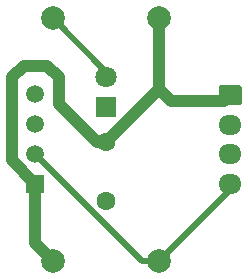
<source format=gbr>
G04 #@! TF.GenerationSoftware,KiCad,Pcbnew,(5.1.4)-1*
G04 #@! TF.CreationDate,2020-08-13T14:43:20+03:00*
G04 #@! TF.ProjectId,hum_temp_sensor,68756d5f-7465-46d7-905f-73656e736f72,rev?*
G04 #@! TF.SameCoordinates,Original*
G04 #@! TF.FileFunction,Copper,L1,Top*
G04 #@! TF.FilePolarity,Positive*
%FSLAX46Y46*%
G04 Gerber Fmt 4.6, Leading zero omitted, Abs format (unit mm)*
G04 Created by KiCad (PCBNEW (5.1.4)-1) date 2020-08-13 14:43:20*
%MOMM*%
%LPD*%
G04 APERTURE LIST*
%ADD10C,1.500000*%
%ADD11R,1.500000X1.500000*%
%ADD12C,2.000000*%
%ADD13O,1.950000X1.700000*%
%ADD14C,0.100000*%
%ADD15C,1.700000*%
%ADD16C,1.800000*%
%ADD17R,1.800000X1.800000*%
%ADD18C,1.600000*%
%ADD19C,1.000000*%
%ADD20C,0.250000*%
%ADD21C,0.500000*%
G04 APERTURE END LIST*
D10*
X114000000Y-105380000D03*
X114000000Y-107920000D03*
X114000000Y-110460000D03*
D11*
X114000000Y-113000000D03*
D12*
X115500000Y-99000000D03*
X124500000Y-99000000D03*
X124500000Y-119500000D03*
X115500000Y-119500000D03*
D13*
X130500000Y-113000000D03*
X130500000Y-110500000D03*
X130500000Y-108000000D03*
D14*
G36*
X131249504Y-104651204D02*
G01*
X131273773Y-104654804D01*
X131297571Y-104660765D01*
X131320671Y-104669030D01*
X131342849Y-104679520D01*
X131363893Y-104692133D01*
X131383598Y-104706747D01*
X131401777Y-104723223D01*
X131418253Y-104741402D01*
X131432867Y-104761107D01*
X131445480Y-104782151D01*
X131455970Y-104804329D01*
X131464235Y-104827429D01*
X131470196Y-104851227D01*
X131473796Y-104875496D01*
X131475000Y-104900000D01*
X131475000Y-106100000D01*
X131473796Y-106124504D01*
X131470196Y-106148773D01*
X131464235Y-106172571D01*
X131455970Y-106195671D01*
X131445480Y-106217849D01*
X131432867Y-106238893D01*
X131418253Y-106258598D01*
X131401777Y-106276777D01*
X131383598Y-106293253D01*
X131363893Y-106307867D01*
X131342849Y-106320480D01*
X131320671Y-106330970D01*
X131297571Y-106339235D01*
X131273773Y-106345196D01*
X131249504Y-106348796D01*
X131225000Y-106350000D01*
X129775000Y-106350000D01*
X129750496Y-106348796D01*
X129726227Y-106345196D01*
X129702429Y-106339235D01*
X129679329Y-106330970D01*
X129657151Y-106320480D01*
X129636107Y-106307867D01*
X129616402Y-106293253D01*
X129598223Y-106276777D01*
X129581747Y-106258598D01*
X129567133Y-106238893D01*
X129554520Y-106217849D01*
X129544030Y-106195671D01*
X129535765Y-106172571D01*
X129529804Y-106148773D01*
X129526204Y-106124504D01*
X129525000Y-106100000D01*
X129525000Y-104900000D01*
X129526204Y-104875496D01*
X129529804Y-104851227D01*
X129535765Y-104827429D01*
X129544030Y-104804329D01*
X129554520Y-104782151D01*
X129567133Y-104761107D01*
X129581747Y-104741402D01*
X129598223Y-104723223D01*
X129616402Y-104706747D01*
X129636107Y-104692133D01*
X129657151Y-104679520D01*
X129679329Y-104669030D01*
X129702429Y-104660765D01*
X129726227Y-104654804D01*
X129750496Y-104651204D01*
X129775000Y-104650000D01*
X131225000Y-104650000D01*
X131249504Y-104651204D01*
X131249504Y-104651204D01*
G37*
D15*
X130500000Y-105500000D03*
D16*
X120000000Y-103960000D03*
D17*
X120000000Y-106500000D03*
D18*
X120000000Y-114500000D03*
X120000000Y-109500000D03*
D19*
X114000000Y-118000000D02*
X115500000Y-119500000D01*
X114000000Y-113000000D02*
X114000000Y-118000000D01*
X124500000Y-105000000D02*
X120000000Y-109500000D01*
X124500000Y-99000000D02*
X124500000Y-105000000D01*
X125500000Y-106000000D02*
X124500000Y-105000000D01*
X130500000Y-105500000D02*
X130000000Y-106000000D01*
X130000000Y-106000000D02*
X125500000Y-106000000D01*
X119250000Y-109500000D02*
X120000000Y-109500000D01*
X114000000Y-113000000D02*
X112000000Y-111000000D01*
X112000000Y-111000000D02*
X112000000Y-104000000D01*
X112000000Y-104000000D02*
X113000000Y-103000000D01*
X113000000Y-103000000D02*
X115000000Y-103000000D01*
X115000000Y-103000000D02*
X116000000Y-104000000D01*
X116000000Y-106250000D02*
X119250000Y-109500000D01*
X116000000Y-104000000D02*
X116000000Y-106250000D01*
D20*
X120000000Y-103500000D02*
X120000000Y-103960000D01*
D21*
X115500000Y-99000000D02*
X120000000Y-103500000D01*
X123040000Y-119500000D02*
X124500000Y-119500000D01*
X114000000Y-110460000D02*
X123040000Y-119500000D01*
X130500000Y-113500000D02*
X130500000Y-113000000D01*
X124500000Y-119500000D02*
X130500000Y-113500000D01*
M02*

</source>
